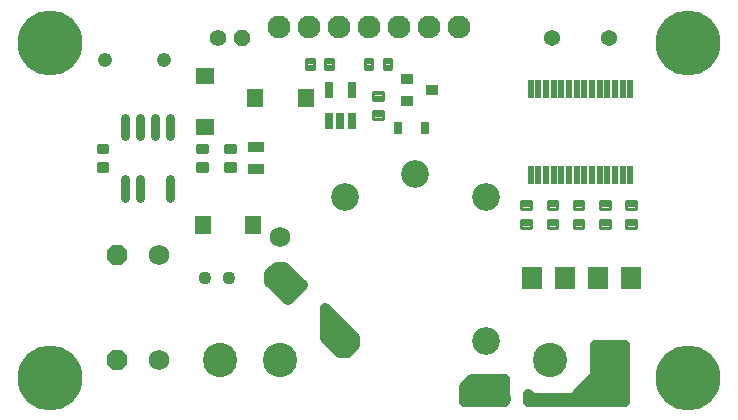
<source format=gts>
G75*
%MOIN*%
%OFA0B0*%
%FSLAX24Y24*%
%IPPOS*%
%LPD*%
%AMOC8*
5,1,8,0,0,1.08239X$1,22.5*
%
%ADD10C,0.1241*%
%ADD11C,0.2165*%
%ADD12C,0.1000*%
%ADD13C,0.0560*%
%ADD14C,0.0320*%
%ADD15OC8,0.0560*%
%ADD16C,0.0560*%
%ADD17OC8,0.0690*%
%ADD18C,0.0690*%
%ADD19C,0.0300*%
%ADD20R,0.0532X0.0375*%
%ADD21R,0.0308X0.0387*%
%ADD22R,0.0414X0.0375*%
%ADD23C,0.0920*%
%ADD24R,0.0277X0.0532*%
%ADD25R,0.0197X0.0610*%
%ADD26C,0.0112*%
%ADD27C,0.0540*%
%ADD28R,0.0690X0.0769*%
%ADD29C,0.1143*%
%ADD30C,0.0760*%
%ADD31R,0.0560X0.0639*%
%ADD32R,0.0639X0.0560*%
%ADD33C,0.0436*%
%ADD34C,0.0476*%
D10*
X001331Y001556D03*
X001331Y012723D03*
X022591Y012723D03*
X022591Y001556D03*
D11*
X001331Y001556D03*
X001331Y012723D03*
X022591Y012723D03*
X022591Y001556D03*
D12*
X011137Y002750D02*
X010887Y003000D01*
X009262Y004625D02*
X009012Y004875D01*
D13*
X015512Y001250D02*
X015887Y000875D01*
X016387Y000875D01*
D14*
X016512Y000750D02*
X016512Y001500D01*
X016137Y001500D01*
X015762Y001500D01*
X016012Y001250D01*
X016262Y001250D01*
X016262Y001375D01*
X016137Y001250D02*
X016137Y001500D01*
X015762Y001500D02*
X015387Y001500D01*
X015137Y001250D01*
X015137Y000750D01*
X016512Y000750D01*
X017262Y000750D02*
X017262Y001000D01*
X017387Y000875D01*
X018887Y000875D01*
X018887Y001000D01*
X019262Y001375D01*
X019512Y001625D01*
X019637Y001625D01*
X019637Y001125D01*
X020137Y001125D01*
X020137Y002375D01*
X019887Y002375D01*
X019887Y001250D01*
X019512Y001250D01*
X019137Y000875D01*
X018887Y000875D01*
X019387Y000875D02*
X020262Y000875D01*
X020387Y001000D01*
X020387Y002375D01*
X020262Y002500D01*
X019637Y002500D01*
X019637Y001625D01*
X020012Y001375D02*
X019262Y001375D01*
X019512Y001000D02*
X019387Y000875D01*
X019512Y001000D02*
X019512Y002625D01*
X020512Y002625D01*
X020512Y000750D01*
X017262Y000750D01*
X019887Y001250D02*
X020137Y001250D01*
X011512Y002625D02*
X011512Y002875D01*
X010512Y003875D01*
X010512Y002875D01*
X011012Y002375D01*
X011262Y002375D01*
X011512Y002625D01*
X009762Y004625D02*
X009262Y004125D01*
X008637Y004750D01*
X008637Y005000D01*
X008762Y005125D01*
X008887Y005250D01*
X009137Y005250D01*
X009762Y004625D01*
X009012Y005125D02*
X008762Y005125D01*
D15*
X007718Y012875D03*
D16*
X006931Y012875D03*
D17*
X003573Y005625D03*
X003573Y002125D03*
D18*
X004951Y002125D03*
X009012Y004875D03*
X009012Y006253D03*
X004951Y005625D03*
D19*
X005325Y007530D02*
X005325Y008160D01*
X004325Y008160D02*
X004325Y007530D01*
X003825Y007530D02*
X003825Y008160D01*
X003825Y009590D02*
X003825Y010220D01*
X004325Y010220D02*
X004325Y009590D01*
X004825Y009590D02*
X004825Y010220D01*
X005325Y010220D02*
X005325Y009590D01*
D20*
X008200Y009229D03*
X008200Y008521D03*
D21*
X012934Y009875D03*
X013840Y009875D03*
D22*
X013244Y010766D03*
X014070Y011140D03*
X013244Y011514D03*
D23*
X013510Y008354D03*
X011148Y007567D03*
X015872Y007567D03*
X015872Y002764D03*
X011148Y002764D03*
D24*
X011012Y010113D03*
X011386Y010113D03*
X010638Y010113D03*
X010638Y011137D03*
X011386Y011137D03*
D25*
X017349Y011189D03*
X017605Y011189D03*
X017861Y011189D03*
X018117Y011189D03*
X018372Y011189D03*
X018628Y011189D03*
X018884Y011189D03*
X019140Y011189D03*
X019396Y011189D03*
X019652Y011189D03*
X019908Y011189D03*
X020164Y011189D03*
X020420Y011189D03*
X020676Y011189D03*
X020676Y008311D03*
X020420Y008311D03*
X020164Y008311D03*
X019908Y008311D03*
X019652Y008311D03*
X019396Y008311D03*
X019140Y008311D03*
X018884Y008311D03*
X018628Y008311D03*
X018372Y008311D03*
X018117Y008311D03*
X017861Y008311D03*
X017605Y008311D03*
X017349Y008311D03*
D26*
X017361Y007446D02*
X017361Y007184D01*
X017039Y007184D01*
X017039Y007446D01*
X017361Y007446D01*
X017361Y007295D02*
X017039Y007295D01*
X017039Y007406D02*
X017361Y007406D01*
X017914Y007446D02*
X017914Y007184D01*
X017914Y007446D02*
X018236Y007446D01*
X018236Y007184D01*
X017914Y007184D01*
X017914Y007295D02*
X018236Y007295D01*
X018236Y007406D02*
X017914Y007406D01*
X017914Y006816D02*
X017914Y006554D01*
X017914Y006816D02*
X018236Y006816D01*
X018236Y006554D01*
X017914Y006554D01*
X017914Y006665D02*
X018236Y006665D01*
X018236Y006776D02*
X017914Y006776D01*
X017361Y006816D02*
X017361Y006554D01*
X017039Y006554D01*
X017039Y006816D01*
X017361Y006816D01*
X017361Y006665D02*
X017039Y006665D01*
X017039Y006776D02*
X017361Y006776D01*
X019111Y006816D02*
X019111Y006554D01*
X018789Y006554D01*
X018789Y006816D01*
X019111Y006816D01*
X019111Y006665D02*
X018789Y006665D01*
X018789Y006776D02*
X019111Y006776D01*
X019664Y006816D02*
X019664Y006554D01*
X019664Y006816D02*
X019986Y006816D01*
X019986Y006554D01*
X019664Y006554D01*
X019664Y006665D02*
X019986Y006665D01*
X019986Y006776D02*
X019664Y006776D01*
X019664Y007184D02*
X019664Y007446D01*
X019986Y007446D01*
X019986Y007184D01*
X019664Y007184D01*
X019664Y007295D02*
X019986Y007295D01*
X019986Y007406D02*
X019664Y007406D01*
X019111Y007446D02*
X019111Y007184D01*
X018789Y007184D01*
X018789Y007446D01*
X019111Y007446D01*
X019111Y007295D02*
X018789Y007295D01*
X018789Y007406D02*
X019111Y007406D01*
X020861Y007446D02*
X020861Y007184D01*
X020539Y007184D01*
X020539Y007446D01*
X020861Y007446D01*
X020861Y007295D02*
X020539Y007295D01*
X020539Y007406D02*
X020861Y007406D01*
X020861Y006816D02*
X020861Y006554D01*
X020539Y006554D01*
X020539Y006816D01*
X020861Y006816D01*
X020861Y006665D02*
X020539Y006665D01*
X020539Y006776D02*
X020861Y006776D01*
X012423Y010179D02*
X012423Y010441D01*
X012423Y010179D02*
X012101Y010179D01*
X012101Y010441D01*
X012423Y010441D01*
X012423Y010290D02*
X012101Y010290D01*
X012101Y010401D02*
X012423Y010401D01*
X012423Y010809D02*
X012423Y011071D01*
X012423Y010809D02*
X012101Y010809D01*
X012101Y011071D01*
X012423Y011071D01*
X012423Y010920D02*
X012101Y010920D01*
X012101Y011031D02*
X012423Y011031D01*
X012446Y011839D02*
X012708Y011839D01*
X012446Y011839D02*
X012446Y012161D01*
X012708Y012161D01*
X012708Y011839D01*
X012708Y011950D02*
X012446Y011950D01*
X012446Y012061D02*
X012708Y012061D01*
X012078Y011839D02*
X011816Y011839D01*
X011816Y012161D01*
X012078Y012161D01*
X012078Y011839D01*
X012078Y011950D02*
X011816Y011950D01*
X011816Y012061D02*
X012078Y012061D01*
X010771Y012161D02*
X010509Y012161D01*
X010771Y012161D02*
X010771Y011839D01*
X010509Y011839D01*
X010509Y012161D01*
X010509Y011950D02*
X010771Y011950D01*
X010771Y012061D02*
X010509Y012061D01*
X010141Y012161D02*
X009879Y012161D01*
X010141Y012161D02*
X010141Y011839D01*
X009879Y011839D01*
X009879Y012161D01*
X009879Y011950D02*
X010141Y011950D01*
X010141Y012061D02*
X009879Y012061D01*
X007164Y009321D02*
X007164Y009059D01*
X007164Y009321D02*
X007486Y009321D01*
X007486Y009059D01*
X007164Y009059D01*
X007164Y009170D02*
X007486Y009170D01*
X007486Y009281D02*
X007164Y009281D01*
X006226Y009321D02*
X006226Y009059D01*
X006226Y009321D02*
X006548Y009321D01*
X006548Y009059D01*
X006226Y009059D01*
X006226Y009170D02*
X006548Y009170D01*
X006548Y009281D02*
X006226Y009281D01*
X006226Y008691D02*
X006226Y008429D01*
X006226Y008691D02*
X006548Y008691D01*
X006548Y008429D01*
X006226Y008429D01*
X006226Y008540D02*
X006548Y008540D01*
X006548Y008651D02*
X006226Y008651D01*
X007164Y008691D02*
X007164Y008429D01*
X007164Y008691D02*
X007486Y008691D01*
X007486Y008429D01*
X007164Y008429D01*
X007164Y008540D02*
X007486Y008540D01*
X007486Y008651D02*
X007164Y008651D01*
X003236Y008691D02*
X003236Y008429D01*
X002914Y008429D01*
X002914Y008691D01*
X003236Y008691D01*
X003236Y008540D02*
X002914Y008540D01*
X002914Y008651D02*
X003236Y008651D01*
X003236Y009059D02*
X003236Y009321D01*
X003236Y009059D02*
X002914Y009059D01*
X002914Y009321D01*
X003236Y009321D01*
X003236Y009170D02*
X002914Y009170D01*
X002914Y009281D02*
X003236Y009281D01*
D27*
X018062Y012875D03*
X019962Y012875D03*
D28*
X019586Y004875D03*
X018501Y004875D03*
X017399Y004875D03*
X020688Y004875D03*
D29*
X020012Y002125D03*
X018012Y002125D03*
X009012Y002125D03*
X007012Y002125D03*
D30*
X015512Y001000D03*
X014961Y013250D03*
X013961Y013250D03*
X012961Y013250D03*
X011961Y013250D03*
X010961Y013250D03*
X009961Y013250D03*
X008961Y013250D03*
D31*
X008166Y010875D03*
X009859Y010875D03*
X008109Y006625D03*
X006416Y006625D03*
D32*
X006512Y009904D03*
X006512Y011596D03*
D33*
X006494Y004875D03*
X007281Y004875D03*
D34*
X005121Y012125D03*
X003153Y012125D03*
M02*

</source>
